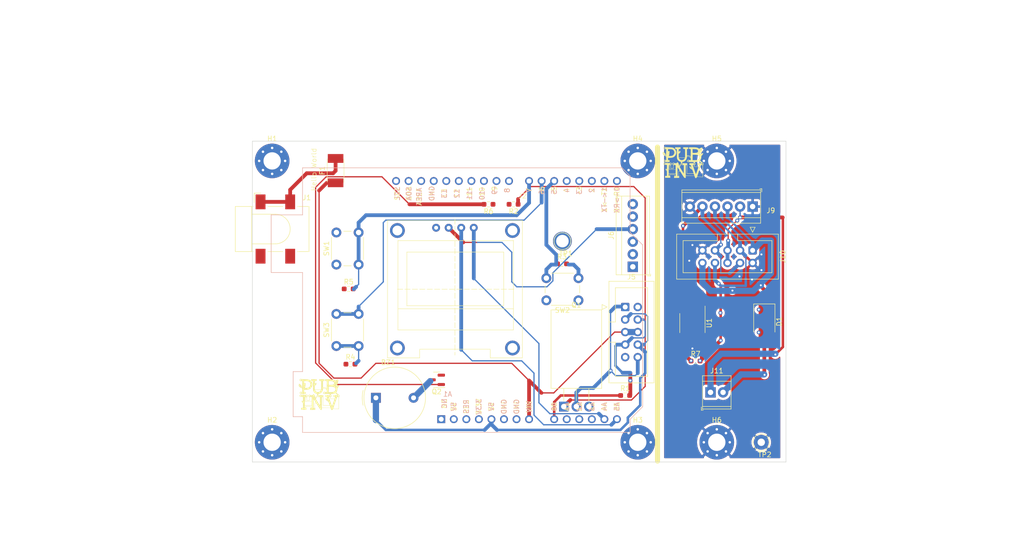
<source format=kicad_pcb>
(kicad_pcb (version 20221018) (generator pcbnew)
  (layers (0 "F.Cu" signal) (31 "B.Cu" signal) (34 "B.Paste" user) (35 "F.Paste" user) (36 "B.SilkS" user "B.Silkscreen") (37 "F.SilkS" user "F.Silkscreen") (38 "B.Mask" user) (39 "F.Mask" user) (44 "Edge.Cuts" user))
  (net 0 "")
  (net 5 "+5V")
  (net 6 "GND")
  (net 7 "VCC")
  (net 8 "TEMP_IN")
  (net 12 "SDA")
  (net 13 "SCL")
  (net 19 "BTN_SELECT")
  (net 20 "BTN_UP")
  (net 21 "BTN_DOWN")
  (net 22 "HEATER_ON")
  (net 23 "BUZZER_ON")
  (net 24 "Net-(A1-D8)")
  (net 32 "HeaterDrive")
  (net 33 "Net-(BZ1-+)")
  (net 34 "Net-(F1-Pad2)")
  (net 35 "TempOut")
  (net 36 "Net-(D1-A)")
  (net 37 "Net-(Q2-G)")
  (net 38 "Net-(U1-~{SHUTDOWN})")
  (net 39 "HeaterDrive_IB")
  (net 40 "GND1")
  (net 41 "VCCQ")
  (net 42 "+5P")
  (net 43 "TempOut_IB")
  (footprint "GeneralPurposeAlarmDevicePCB:MountingHole_3.5mm_Pad_Via" (layer "F.Cu") (at 54 146)
    (fp_text reference "H2")
    (fp_text value "MountingHole_Pad_3.5mm")
  )
  (footprint "Resistor_SMD:R_0603_1608Metric_Pad0.98x0.95mm_HandSolder" (layer "F.Cu") (at 102.87 97.79 180)
    (fp_text reference "R2")
    (fp_text value "1K")
  )
  (footprint "TestPoint:TestPoint_Loop_D2.54mm_Drill1.5mm_Beaded" (layer "F.Cu") (at 153 146)
    (fp_text reference "TP2")
    (fp_text value "TP_GND")
  )
  (footprint "GeneralPurposeAlarmDevicePCB:Logo_PI_BandW_70percent_10x10" (layer "F.Cu") (at 63.5 136.525)
    (fp_text reference "G***" hide)
    (fp_text value "LOGO" hide)
  )
  (footprint "Button_Switch_THT:SW_PUSH_6mm" (layer "F.Cu") (at 67 110 90)
    (fp_text reference "SW1")
    (fp_text value "6mm 2 Pin Tact NO Breadboard Friendly")
  )
  (footprint "GeneralPurposeAlarmDevicePCB:MountingHole_3.5mm_Pad_Via" (layer "F.Cu") (at 128 146)
    (fp_text reference "H3")
    (fp_text value "MountingHole_Pad_3.5mm")
  )
  (footprint "TerminalBlock_TE-Connectivity:TerminalBlock_TE_282834-6_1x06_P2.54mm_Horizontal" (layer "F.Cu") (at 151.25 98.25 180)
    (fp_text reference "J9")
    (fp_text value "Screw_Terminal_01x06")
  )
  (footprint "Resistor_SMD:R_0603_1608Metric_Pad0.98x0.95mm_HandSolder" (layer "F.Cu") (at 139.7 129.54)
    (fp_text reference "R7")
    (fp_text value "1R")
  )
  (footprint "Connector_IDC:IDC-Header_2x05_P2.54mm_Vertical" (layer "F.Cu") (at 151.25 107.125 -90)
    (fp_text reference "J10")
    (fp_text value "Conn_02x05_Odd_Even")
  )
  (footprint "GeneralPurposeAlarmDevicePCB:BarrelJack_CLIFF_FC681465S_SMT_Horizontal" (layer "F.Cu") (at 54.65 102.8)
    (fp_text reference "J1")
    (fp_text value "Barrel_Jack_Switch_SMT")
  )
  (footprint "Resistor_SMD:R_0603_1608Metric_Pad0.98x0.95mm_HandSolder" (layer "F.Cu") (at 112.6725 109.855)
    (fp_text reference "R3")
    (fp_text value "1K")
  )
  (footprint "Button_Switch_THT:SW_PUSH_6mm" (layer "F.Cu") (at 67 126.5 90)
    (fp_text reference "SW3")
    (fp_text value "6mm 2 Pin Tact NO Breadboard Friendly")
  )
  (footprint "GeneralPurposeAlarmDevicePCB:Fuse_BSMD_1812" (layer "F.Cu") (at 66.84 90.965 90)
    (fp_text reference "F1")
    (fp_text value "Polyfuse 6A")
  )
  (footprint "TerminalBlock_TE-Connectivity:TerminalBlock_TE_282834-6_1x06_P2.54mm_Horizontal" (layer "F.Cu") (at 127 110.45 90)
    (fp_text reference "J6")
    (fp_text value "Screw_Terminal_01x06")
  )
  (footprint "TestPoint:TestPoint_Loop_D2.54mm_Drill1.5mm_Beaded" (layer "F.Cu") (at 112.749993 105.250005)
    (fp_text reference "TP1")
    (fp_text value "TP_GND")
  )
  (footprint "TerminalBlock_TE-Connectivity:TerminalBlock_TE_282834-2_1x02_P2.54mm_Horizontal" (layer "F.Cu") (at 142.73 135.89)
    (fp_text reference "J11")
    (fp_text value "Screw_Terminal_01x02")
  )
  (footprint "GeneralPurposeAlarmDevicePCB:MountingHole_3.5mm_Pad_Via" (layer "F.Cu") (at 144 146)
    (fp_text reference "H6")
    (fp_text value "MountingHole_Pad_3.5mm")
  )
  (footprint "Package_TO_SOT_THT:TO-220-3_Horizontal_TabDown" (layer "F.Cu") (at 113.03 138.77)
    (fp_text reference "Q1")
    (fp_text value "IRF520N")
  )
  (footprint "GeneralPurposeAlarmDevicePCB:MountingHole_3.5mm_Pad_Via" (layer "F.Cu") (at 128 89)
    (fp_text reference "H4")
    (fp_text value "MountingHole_Pad_3.5mm")
  )
  (footprint "GeneralPurposeAlarmDevicePCB:MountingHole_3.5mm_Pad_Via" (layer "F.Cu") (at 54 89)
    (fp_text reference "H1")
    (fp_text value "MountingHole_Pad_3.5mm")
  )
  (footprint "GeneralPurposeAlarmDevicePCB:Buzzer_12.2mm_9.7mm_7.62mm" (layer "F.Cu") (at 75 137)
    (fp_text reference "BZ1")
    (fp_text value "Buzzer_Adafruit_P1536A")
  )
  (footprint "Resistor_SMD:R_0603_1608Metric_Pad0.98x0.95mm_HandSolder" (layer "F.Cu") (at 69.85 130.175)
    (fp_text reference "R4")
    (fp_text value "1K")
  )
  (footprint "GeneralPurposeAlarmDevicePCB:HS96L03W2C03_0.96_Oled" (layer "F.Cu") (at 91 115)
    (fp_text reference "J2")
    (fp_text value "HS96L03W2C03_0.96_Oled")
  )
  (footprint "Button_Switch_THT:SW_PUSH_6mm" (layer "F.Cu") (at 116 117.25 180)
    (fp_text reference "SW2")
    (fp_text value "6mm 2 Pin Tact NO Breadboard Friendly")
  )
  (footprint "Diode_SMD:D_SMB" (layer "F.Cu") (at 153.6192 121.53 -90)
    (fp_text reference "D1")
    (fp_text value "Schottky 2A")
  )
  (footprint "Resistor_SMD:R_0603_1608Metric_Pad0.98x0.95mm_HandSolder" (layer "F.Cu") (at 69.4925 114.935)
    (fp_text reference "R5")
    (fp_text value "1K")
  )
  (footprint "GeneralPurposeAlarmDevicePCB:Logo_PI_BandW_70percent_10x10" (layer "F.Cu") (at 137.16 89.535)
    (fp_text reference "G***" hide)
    (fp_text value "LOGO" hide)
  )
  (footprint "Resistor_SMD:R_0603_1608Metric_Pad0.98x0.95mm_HandSolder" (layer "F.Cu") (at 125.4525 136.525)
    (fp_text reference "R1")
    (fp_text value "1R")
  )
  (footprint "GeneralPurposeAlarmDevicePCB:MountingHole_3.5mm_Pad_Via" (layer "F.Cu") (at 144 89)
    (fp_text reference "H5")
    (fp_text value "MountingHole_Pad_3.5mm")
  )
  (footprint "Package_TO_SOT_SMD:SOT-23" (layer "F.Cu") (at 87.2975 133.35 180)
    (fp_text reference "Q2")
    (fp_text value "BSS138")
  )
  (footprint "Package_SO:SOIC-8_3.9x4.9mm_P1.27mm" (layer "F.Cu") (at 139.065 121.855 -90)
    (fp_text reference "U1")
    (fp_text value "TMP36xS")
  )
  (footprint "Connector_IDC:IDC-Header_2x05_P2.54mm_Vertical" (layer "F.Cu") (at 125.46 118.6)
    (fp_text reference "J5")
    (fp_text value "Conn_02x05_Odd_Even")
  )
  (footprint "Resistor_SMD:R_0603_1608Metric_Pad0.98x0.95mm_HandSolder" (layer "F.Cu") (at 97.79 97.79 180)
    (fp_text reference "R6")
    (fp_text value "1K")
  )
  (footprint "GeneralPurposeAlarmDevicePCB:Arduino_UNO_R3_NoMountingHoles3D" (layer "B.Cu") (at 88.225 141.33)
    (fp_text reference "A1")
    (fp_text value "Arduino_UNO_R3")
  )
  (gr_line locked (start 131.999992 149.800004) (end 131.999992 86.200005) (stroke (width 1.016)) (layer "F.SilkS"))
  (gr_line locked (start 50 150) (end 158 150) (stroke (width 0.1)) (layer "Edge.Cuts"))
  (gr_line locked (start 158 85) (end 50 85) (stroke (width 0.1)) (layer "Edge.Cuts"))
  (gr_line locked (start 50 85) (end 50 150) (stroke (width 0.1)) (layer "Edge.Cuts"))
  (gr_line locked (start 158 150) (end 158 85) (stroke (width 0.1)) (layer "Edge.Cuts"))
  (segment (start 89.73 102.54) (end 92.69 105.5) (width 0.762) (layer "F.Cu") (net 5))
  (segment (start 92.69 105.5) (end 95.5 105.5) (width 0.25) (layer "F.Cu") (net 5))
  (segment (start 101 106) (end 100.5 105.5) (width 0.25) (layer "B.Cu") (net 5))
  (segment (start 128.5 138.5) (end 128.5 133) (width 0.508) (layer "B.Cu") (net 5))
  (segment (start 98.385 141.33) (end 98.385 142.115) (width 0.762) (layer "B.Cu") (net 5))
  (segment (start 127 102.83) (end 119.668435 102.83) (width 0.762) (layer "B.Cu") (net 5))
  (segment (start 110.825 113.298833) (end 109.623833 114.5) (width 0.25) (layer "B.Cu") (net 5))
  (segment (start 129.5 127.72) (end 128 126.22) (width 0.762) (layer "B.Cu") (net 5))
  (segment (start 124.5 143.5) (end 126 142) (width 0.508) (layer "B.Cu") (net 5))
  (segment (start 129.202081 126.22) (end 128 126.22) (width 0.762) (layer "B.Cu") (net 5))
  (segment (start 126 141) (end 128.5 138.5) (width 0.508) (layer "B.Cu") (net 5))
  (segment (start 128.5 133) (end 129.5 132) (width 0.508) (layer "B.Cu") (net 5))
  (segment (start 99.5 143.5) (end 124.5 143.5) (width 0.508) (layer "B.Cu") (net 5))
  (segment (start 103.5 114.5) (end 102.5 113.5) (width 0.25) (layer "B.Cu") (net 5))
  (segment (start 97 143.5) (end 98.385 142.115) (width 0.762) (layer "B.Cu") (net 5))
  (segment (start 100.5 105.5) (end 95.516 105.5) (width 0.25) (layer "B.Cu") (net 5))
  (segment (start 110.825 111.673435) (end 110.825 113.298833) (width 0.25) (layer "B.Cu") (net 5))
  (segment (start 126.6 120) (end 126.637 119.963) (width 0.254) (layer "B.Cu") (net 5))
  (segment (start 128.963 119.963) (end 129 120) (width 0.254) (layer "B.Cu") (net 5))
  (segment (start 75 137) (end 75 141.5) (width 1.27) (layer "B.Cu") (net 5))
  (segment (start 99.5 143.5) (end 98.385 142.385) (width 0.762) (layer "B.Cu") (net 5))
  (segment (start 105 114.5) (end 103.5 114.5) (width 0.25) (layer "B.Cu") (net 5))
  (segment (start 130 120.5) (end 130 125.422081) (width 0.254) (layer "B.Cu") (net 5))
  (segment (start 75 141.5) (end 77 143.5) (width 0.508) (layer "B.Cu") (net 5))
  (segment (start 126.637 119.963) (end 128.963 119.963) (width 0.254) (layer "B.Cu") (net 5))
  (segment (start 109.623833 114.5) (end 105 114.5) (width 0.25) (layer "B.Cu") (net 5))
  (segment (start 102.5 107.5) (end 101 106) (width 0.25) (layer "B.Cu") (net 5))
  (segment (start 129 120) (end 129.5 120) (width 0.254) (layer "B.Cu") (net 5))
  (segment (start 98.385 142.385) (end 98.385 141.33) (width 0.762) (layer "B.Cu") (net 5))
  (segment (start 129.5 132) (end 129.5 127.72) (width 0.508) (layer "B.Cu") (net 5))
  (segment (start 125.46 121.14) (end 126.6 120) (width 0.762) (layer "B.Cu") (net 5))
  (segment (start 102.5 113.5) (end 102.5 107.5) (width 0.25) (layer "B.Cu") (net 5))
  (segment (start 126 142) (end 126 141) (width 0.508) (layer "B.Cu") (net 5))
  (segment (start 77 143.5) (end 97 143.5) (width 0.508) (layer "B.Cu") (net 5))
  (segment (start 129.5 120) (end 130 120.5) (width 0.254) (layer "B.Cu") (net 5))
  (segment (start 119.668435 102.83) (end 110.825 111.673435) (width 0.25) (layer "B.Cu") (net 5))
  (segment (start 130 125.422081) (end 129.202081 126.22) (width 0.254) (layer "B.Cu") (net 5))
  (segment (start 108.5 136) (end 111 136) (width 0.25) (layer "F.Cu") (net 7))
  (segment (start 102.5 130) (end 106.005 133.505) (width 0.25) (layer "F.Cu") (net 7))
  (segment (start 66.5 133) (end 72 133) (width 0.25) (layer "F.Cu") (net 7))
  (segment (start 111 136) (end 123.32 123.68) (width 0.25) (layer "F.Cu") (net 7))
  (segment (start 65.07 93.43) (end 63.5 95) (width 0.762) (layer "F.Cu") (net 7))
  (segment (start 106.005 133.505) (end 108.5 136) (width 0.762) (layer "F.Cu") (net 7))
  (segment (start 75 130) (end 102.5 130) (width 0.25) (layer "F.Cu") (net 7))
  (segment (start 123.32 123.68) (end 125.46 123.68) (width 0.25) (layer "F.Cu") (net 7))
  (segment (start 63.5 95) (end 63.5 130) (width 0.25) (layer "F.Cu") (net 7))
  (segment (start 106.005 133.505) (end 106.005 141.33) (width 0.762) (layer "F.Cu") (net 7))
  (segment (start 63.5 130) (end 66.5 133) (width 0.25) (layer "F.Cu") (net 7))
  (segment (start 66.84 93.43) (end 65.07 93.43) (width 0.25) (layer "F.Cu") (net 7))
  (segment (start 72 133) (end 75 130) (width 0.25) (layer "F.Cu") (net 7))
  (segment (start 125.46 123.68) (end 128 123.68) (width 1.27) (layer "B.Cu") (net 7))
  (segment (start 112.4145 136.525) (end 111.085 137.8545) (width 0.508) (layer "F.Cu") (net 8))
  (segment (start 111.085 137.8545) (end 111.085 141.33) (width 0.508) (layer "F.Cu") (net 8))
  (segment (start 124.54 136.525) (end 112.4145 136.525) (width 0.508) (layer "F.Cu") (net 8))
  (segment (start 120.12 140.205) (end 121.245 141.33) (width 0.762) (layer "B.Cu") (net 12))
  (segment (start 108 126) (end 108 138) (width 0.25) (layer "B.Cu") (net 12))
  (segment (start 94.81 102.54) (end 94.81 112.81) (width 0.762) (layer "B.Cu") (net 12))
  (segment (start 108 138) (end 110.205 140.205) (width 0.25) (layer "B.Cu") (net 12))
  (segment (start 94.81 112.81) (end 108 126) (width 0.25) (layer "B.Cu") (net 12))
  (segment (start 110.205 140.205) (end 120.12 140.205) (width 0.25) (layer "B.Cu") (net 12))
  (segment (start 104.5 129.5) (end 94.5 129.5) (width 0.25) (layer "B.Cu") (net 13))
  (segment (start 107 132) (end 104.5 129.5) (width 0.25) (layer "B.Cu") (net 13))
  (segment (start 123.785 141.33) (end 122.66 142.455) (width 0.762) (layer "B.Cu") (net 13))
  (segment (start 92.27 127.27) (end 92.27 102.54) (width 0.762) (layer "B.Cu") (net 13))
  (segment (start 122.66 142.455) (end 108.955 142.455) (width 0.25) (layer "B.Cu") (net 13))
  (segment (start 108.955 142.455) (end 107 140.5) (width 0.25) (layer "B.Cu") (net 13))
  (segment (start 94.5 129.5) (end 92.27 127.27) (width 0.25) (layer "B.Cu") (net 13))
  (segment (start 107 140.5) (end 107 132) (width 0.25) (layer "B.Cu") (net 13))
  (segment (start 109.5 111) (end 109.5 112.75) (width 0.762) (layer "B.Cu") (net 19))
  (segment (start 116 112.75) (end 116 111) (width 0.762) (layer "B.Cu") (net 19))
  (segment (start 109.5 94.655) (end 109.5 106) (width 0.762) (layer "B.Cu") (net 19))
  (segment (start 115 110) (end 114 110) (width 0.762) (layer "B.Cu") (net 19))
  (segment (start 111.5 108) (end 111.5 110) (width 0.762) (layer "B.Cu") (net 19))
  (segment (start 111.085 93.07) (end 109.5 94.655) (width 0.762) (layer "B.Cu") (net 19))
  (segment (start 110.5 110) (end 109.5 111) (width 0.762) (layer "B.Cu") (net 19))
  (segment (start 116 111) (end 115 110) (width 0.762) (layer "B.Cu") (net 19))
  (segment (start 111.5 110) (end 110.5 110) (width 0.762) (layer "B.Cu") (net 19))
  (segment (start 109.5 106) (end 111.5 108) (width 0.762) (layer "B.Cu") (net 19))
  (segment (start 67 126.5) (end 71.5 126.5) (width 0.762) (layer "B.Cu") (net 20))
  (segment (start 76.5 113.5) (end 76.5 101.5) (width 0.25) (layer "B.Cu") (net 20))
  (segment (start 71.5 126.5) (end 71.5 129.5) (width 0.25) (layer "B.Cu") (net 20))
  (segment (start 76.5 101.5) (end 77 101) (width 0.25) (layer "B.Cu") (net 20))
  (segment (start 71.5 129.5) (end 71 130) (width 0.762) (layer "B.Cu") (net 20))
  (segment (start 77 101) (end 105 101) (width 0.25) (layer "B.Cu") (net 20))
  (segment (start 71.5 118.5) (end 76.5 113.5) (width 0.25) (layer "B.Cu") (net 20))
  (segment (start 108.545 97.455) (end 108.545 93.07) (width 0.762) (layer "B.Cu") (net 20))
  (segment (start 105 101) (end 108.545 97.455) (width 0.25) (layer "B.Cu") (net 20))
  (segment (start 71.5 120) (end 71.5 118.5) (width 0.762) (layer "B.Cu") (net 20))
  (segment (start 67 120) (end 71.5 120) (width 0.762) (layer "B.Cu") (net 20))
  (segment (start 71.5 103.5) (end 71.5 101.5) (width 0.762) (layer "B.Cu") (net 21))
  (segment (start 71 114.5) (end 70.5 115) (width 0.762) (layer "B.Cu") (net 21))
  (segment (start 71.5 110) (end 71.5 114) (width 0.25) (layer "B.Cu") (net 21))
  (segment (start 71.5 103.5) (end 71.5 110) (width 0.762) (layer "B.Cu") (net 21))
  (segment (start 103.5 100) (end 106.005 97.495) (width 0.762) (layer "B.Cu") (net 21))
  (segment (start 73 100) (end 103.5 100) (width 0.762) (layer "B.Cu") (net 21))
  (segment (start 106.005 97.495) (end 106.005 93.07) (width 0.762) (layer "B.Cu") (net 21))
  (segment (start 71.5 114) (end 71 114.5) (width 0.25) (layer "B.Cu") (net 21))
  (segment (start 71.5 101.5) (end 73 100) (width 0.762) (layer "B.Cu") (net 21))
  (segment (start 127.195 94.195) (end 129.5 96.5) (width 0.25) (layer "F.Cu") (net 22))
  (segment (start 103.7825 97.79) (end 103.7825 96.7175) (width 0.762) (layer "F.Cu") (net 22))
  (segment (start 129.5 134.672995) (end 126.727995 137.445) (width 0.25) (layer "F.Cu") (net 22))
  (segment (start 129.5 96.5) (end 129.5 134.672995) (width 0.25) (layer "F.Cu") (net 22))
  (segment (start 126.727995 137.445) (end 114.355 137.445) (width 0.25) (layer "F.Cu") (net 22))
  (segment (start 114.355 137.445) (end 113.03 138.77) (width 0.762) (layer "F.Cu") (net 22))
  (segment (start 106.305 94.195) (end 127.195 94.195) (width 0.25) (layer "F.Cu") (net 22))
  (segment (start 103.7825 96.7175) (end 106.305 94.195) (width 0.25) (layer "F.Cu") (net 22))
  (via (at 122.5 131.5) (size 0.8) (drill 0.4) (layers "F.Cu" "B.Cu") (net 32))
  (segment (start 122.5 131.5) (end 123.5 132.5) (width 0.254) (layer "B.Cu") (net 32))
  (segment (start 116.5 135) (end 115.57 135.93) (width 0.762) (layer "B.Cu") (net 32))
  (segment (start 125.46 118.6) (end 125.36 118.5) (width 0.762) (layer "B.Cu") (net 32))
  (segment (start 127.5 132.5) (end 128 132) (width 0.254) (layer "B.Cu") (net 32))
  (segment (start 122.5 131.5) (end 119 135) (width 0.762) (layer "B.Cu") (net 32))
  (segment (start 119 135) (end 116.5 135) (width 0.762) (layer "B.Cu") (net 32))
  (segment (start 123.5 132.5) (end 127.5 132.5) (width 0.254) (layer "B.Cu") (net 32))
  (segment (start 128 132) (end 128 128.76) (width 0.762) (layer "B.Cu") (net 32))
  (segment (start 122.5 119.5) (end 122.5 131.5) (width 0.254) (layer "B.Cu") (net 32))
  (segment (start 125.36 118.5) (end 123.5 118.5) (width 0.762) (layer "B.Cu") (net 32))
  (segment (start 115.57 135.93) (end 115.57 138.77) (width 0.762) (layer "B.Cu") (net 32))
  (segment (start 123.5 118.5) (end 122.5 119.5) (width 0.762) (layer "B.Cu") (net 32))
  (segment (start 82.62 137) (end 86 133.62) (width 1.27) (layer "B.Cu") (net 33))
  (segment (start 51.65 97.3) (end 57.65 97.3) (width 0.762) (layer "F.Cu") (net 34))
  (segment (start 66.34 91.5) (end 66.84 91) (width 0.762) (layer "F.Cu") (net 34))
  (segment (start 61 91.5) (end 66.34 91.5) (width 0.762) (layer "F.Cu") (net 34))
  (segment (start 57.65 94.85) (end 61 91.5) (width 0.762) (layer "F.Cu") (net 34))
  (segment (start 57.65 97.3) (end 57.65 94.85) (width 0.762) (layer "F.Cu") (net 34))
  (segment (start 66.84 91) (end 66.84 88.5) (width 0.762) (layer "F.Cu") (net 34))
  (segment (start 126.5 133.5) (end 126.5 132) (width 0.762) (layer "F.Cu") (net 35))
  (segment (start 126.365 136.525) (end 126.5 136.39) (width 0.25) (layer "F.Cu") (net 35))
  (segment (start 126.5 136.39) (end 126.5 133.5) (width 0.762) (layer "F.Cu") (net 35))
  (via (at 126.5 133.5) (size 0.8) (drill 0.4) (layers "F.Cu" "B.Cu") (net 35))
  (segment (start 123.5 126.5) (end 123.5 130.5) (width 0.508) (layer "B.Cu") (net 35))
  (segment (start 129.143 124.857) (end 126.823 124.857) (width 0.254) (layer "B.Cu") (net 35))
  (segment (start 129.5 124.5) (end 129.143 124.857) (width 0.254) (layer "B.Cu") (net 35))
  (segment (start 123.5 130.5) (end 124.919 131.919) (width 0.508) (layer "B.Cu") (net 35))
  (segment (start 123.78 126.22) (end 123.5 126.5) (width 0.508) (layer "B.Cu") (net 35))
  (segment (start 128 121.14) (end 129.14 121.14) (width 0.508) (layer "B.Cu") (net 35))
  (segment (start 128 121.14) (end 128 121) (width 0.254) (layer "B.Cu") (net 35))
  (segment (start 129.5 121.5) (end 129.5 124.5) (width 0.254) (layer "B.Cu") (net 35))
  (segment (start 125.46 126.22) (end 123.78 126.22) (width 0.762) (layer "B.Cu") (net 35))
  (segment (start 129.14 121.14) (end 129.5 121.5) (width 0.254) (layer "B.Cu") (net 35))
  (segment (start 124.919 131.919) (end 126.5 131.919) (width 0.762) (layer "B.Cu") (net 35))
  (segment (start 126.823 124.857) (end 125.46 126.22) (width 0.762) (layer "B.Cu") (net 35))
  (segment (start 153.6192 123.68) (end 153.6192 132.2832) (width 0.762) (layer "F.Cu") (net 36))
  (segment (start 153.6192 132.2832) (end 153.67 132.334) (width 0.25) (layer "F.Cu") (net 36))
  (via (at 153.67 132.334) (size 0.8) (drill 0.4) (layers "F.Cu" "B.Cu") (net 36))
  (via (at 152.5016 123.7488) (size 0.8) (drill 0.4) (layers "F.Cu" "B.Cu") (net 36))
  (segment (start 153.67 132.334) (end 153.586 132.25) (width 0.25) (layer "B.Cu") (net 36))
  (segment (start 153.586 132.25) (end 148.91 132.25) (width 1.27) (layer "B.Cu") (net 36))
  (segment (start 148.91 132.25) (end 145.27 135.89) (width 1.27) (layer "B.Cu") (net 36))
  (segment (start 62.794 94.361) (end 64.94 92.215) (width 0.25) (layer "F.Cu") (net 37))
  (segment (start 62.794 129.930396) (end 62.794 94.361) (width 0.25) (layer "F.Cu") (net 37))
  (segment (start 88.235 134.3) (end 67.163604 134.3) (width 0.25) (layer "F.Cu") (net 37))
  (segment (start 81.79 97.79) (end 96.8775 97.79) (width 0.762) (layer "F.Cu") (net 37))
  (segment (start 67.163604 134.3) (end 62.794 129.930396) (width 0.25) (layer "F.Cu") (net 37))
  (segment (start 76.215 92.215) (end 81.79 97.79) (width 0.25) (layer "F.Cu") (net 37))
  (segment (start 64.94 92.215) (end 76.215 92.215) (width 0.25) (layer "F.Cu") (net 37))
  (segment (start 137.16 124.33) (end 137.16 127.9125) (width 0.508) (layer "F.Cu") (net 38))
  (segment (start 137.16 127.9125) (end 138.7367 129.4892) (width 0.762) (layer "F.Cu") (net 38))
  (segment (start 138.7856 129.4892) (end 138.7856 129.5381) (width 0.762) (layer "F.Cu") (net 38))
  (segment (start 138.7856 129.5381) (end 138.7875 129.54) (width 0.762) (layer "F.Cu") (net 38))
  (segment (start 138.7367 129.4892) (end 138.7856 129.4892) (width 0.762) (layer "F.Cu") (net 38))
  (via (at 138.7856 129.4892) (size 0.8) (drill 0.4) (layers "F.Cu" "B.Cu") (net 38))
  (segment (start 153.6192 119.38) (end 153.6192 115.1128) (width 0.762) (layer "F.Cu") (net 39))
  (segment (start 153.6192 115.1128) (end 153.0604 114.554) (width 0.762) (layer "F.Cu") (net 39))
  (via (at 147.1676 115.2652) (size 0.8) (drill 0.4) (layers "F.Cu" "B.Cu") (net 39))
  (via (at 152.908 114.1984) (size 0.8) (drill 0.4) (layers "F.Cu" "B.Cu") (net 39))
  (via (at 152.5016 119.126) (size 0.8) (drill 0.4) (layers "F.Cu" "B.Cu") (net 39))
  (segment (start 146.17 100.45) (end 151.25 105.53) (width 0.381) (layer "B.Cu") (net 39))
  (segment (start 146.304 98.552) (end 146.304 98.384) (width 0.508) (layer "B.Cu") (net 39))
  (segment (start 141.09 109.665) (end 141.09 113.658) (width 1.27) (layer "B.Cu") (net 39))
  (segment (start 153.219 105.156) (end 151.25 107.125) (width 1.27) (layer "B.Cu") (net 39))
  (segment (start 152.908 113.792) (end 154.94 111.76) (width 1.27) (layer "B.Cu") (net 39))
  (segment (start 142.748 115.316) (end 151.384 115.316) (width 1.27) (layer "B.Cu") (net 39))
  (segment (start 154.94 111.76) (end 154.94 105.156) (width 1.27) (layer "B.Cu") (net 39))
  (segment (start 141.09 113.658) (end 142.748 115.316) (width 1.27) (layer "B.Cu") (net 39))
  (segment (start 151.25 105.53) (end 151.25 107.125) (width 0.762) (layer "B.Cu") (net 39))
  (segment (start 154.94 105.156) (end 153.219 105.156) (width 1.27) (layer "B.Cu") (net 39))
  (segment (start 152.5016 114.1984) (end 152.908 114.1984) (width 1.27) (layer "B.Cu") (net 39))
  (segment (start 146.304 98.384) (end 146.17 98.25) (width 0.508) (layer "B.Cu") (net 39))
  (segment (start 152.908 114.1984) (end 152.908 113.792) (width 1.27) (layer "B.Cu") (net 39))
  (segment (start 151.384 115.316) (end 152.5016 114.1984) (width 1.27) (layer "B.Cu") (net 39))
  (segment (start 146.17 98.25) (end 146.17 100.45) (width 0.762) (layer "B.Cu") (net 39))
  (via (at 153.035 111.125) (size 0.8) (drill 0.4) (layers "F.Cu" "B.Cu") (net 40))
  (via (at 138.43 109.22) (size 0.8) (drill 0.4) (layers "F.Cu" "B.Cu") (net 40))
  (via (at 151.13 113.03) (size 0.8) (drill 0.4) (layers "F.Cu" "B.Cu") (net 40))
  (via (at 148.59 112.395) (size 0.8) (drill 0.4) (layers "F.Cu" "B.Cu") (net 40))
  (via (at 153.035 107.95) (size 0.8) (drill 0.4) (layers "F.Cu" "B.Cu") (net 40))
  (via (at 139.065 106.045) (size 0.8) (drill 0.4) (layers "F.Cu" "B.Cu") (net 40))
  (via (at 139.065 127) (size 0.8) (drill 0.4) (layers "F.Cu" "B.Cu") (net 40))
  (segment (start 157.346 100.45) (end 157.3784 100.4824) (width 0.25) (layer "F.Cu") (net 41))
  (segment (start 148.71 100.45) (end 157.346 100.45) (width 0.762) (layer "F.Cu") (net 41))
  (segment (start 157.3784 100.4824) (end 157.3784 126.6952) (width 0.508) (layer "F.Cu") (net 41))
  (segment (start 148.71 100.45) (end 146.304 102.856) (width 0.25) (layer "F.Cu") (net 41))
  (segment (start 157.3784 126.6952) (end 155.8544 128.2192) (width 0.508) (layer "F.Cu") (net 41))
  (segment (start 146.304 102.856) (end 146.304 105.156) (width 0.25) (layer "F.Cu") (net 41))
  (via (at 155.8544 128.2192) (size 0.8) (drill 0.4) (layers "F.Cu" "B.Cu") (net 41))
  (via (at 148.14328 101.082837) (size 0.8) (drill 0.4) (layers "F.Cu" "B.Cu") (net 41))
  (via (at 148.71 100.45) (size 0.8) (drill 0.4) (layers "F.Cu" "B.Cu") (net 41))
  (via (at 146.304 105.156) (size 0.8) (drill 0.4) (layers "F.Cu" "B.Cu") (net 41))
  (segment (start 142.73 135.89) (end 142.73 130.2184) (width 1.27) (layer "B.Cu") (net 41))
  (segment (start 142.73 130.2184) (end 144.8816 128.0668) (width 1.27) (layer "B.Cu") (net 41))
  (segment (start 148.844 100.584) (end 148.71 100.45) (width 0.25) (layer "B.Cu") (net 41))
  (segment (start 144.8816 128.0668) (end 155.8544 128.0668) (width 1.27) (layer "B.Cu") (net 41))
  (segment (start 146.17 107.125) (end 146.17 109.665) (width 0.762) (layer "B.Cu") (net 41))
  (segment (start 146.304 106.991) (end 146.17 107.125) (width 0.25) (layer "B.Cu") (net 41))
  (segment (start 148.71 98.25) (end 148.71 100.45) (width 0.25) (layer "B.Cu") (net 41))
  (segment (start 148.71 100.516117) (end 148.14328 101.082837) (width 0.25) (layer "B.Cu") (net 41))
  (segment (start 148.71 100.45) (end 148.71 100.516117) (width 0.25) (layer "B.Cu") (net 41))
  (segment (start 148.71 100.45) (end 148.71 99.600497) (width 0.25) (layer "B.Cu") (net 41))
  (segment (start 146.304 105.156) (end 146.304 106.991) (width 0.762) (layer "B.Cu") (net 41))
  (segment (start 144.78 114.2492) (end 144.3736 113.8428) (width 0.508) (layer "F.Cu") (net 42))
  (segment (start 144.78 125.3725) (end 144.78 125.3725) (width 0.762) (layer "F.Cu") (net 42))
  (segment (start 140.6125 129.54) (end 140.6144 129.5381) (width 0.25) (layer "F.Cu") (net 42))
  (segment (start 140.6633 129.4892) (end 140.97 129.1825) (width 0.25) (layer "F.Cu") (net 42))
  (segment (start 140.6125 129.54) (end 144.7781 125.3744) (width 0.762) (layer "F.Cu") (net 42))
  (segment (start 140.97 129.1825) (end 140.97 124.33) (width 0.762) (layer "F.Cu") (net 42))
  (segment (start 144.78 119.7356) (end 144.78 114.2492) (width 0.508) (layer "F.Cu") (net 42))
  (segment (start 144.7781 125.3744) (end 144.78 125.3744) (width 0.762) (layer "F.Cu") (net 42))
  (segment (start 140.6144 129.5381) (end 140.6144 129.4892) (width 0.25) (layer "F.Cu") (net 42))
  (segment (start 144.78 125.3725) (end 144.78 119.8372) (width 0.508) (layer "F.Cu") (net 42))
  (segment (start 140.6144 129.4892) (end 140.6633 129.4892) (width 0.25) (layer "F.Cu") (net 42))
  (segment (start 144.7292 119.7864) (end 144.78 119.7356) (width 0.508) (layer "F.Cu") (net 42))
  (segment (start 144.78 119.8372) (end 144.7292 119.7864) (width 0.508) (layer "F.Cu") (net 42))
  (segment (start 144.78 125.3744) (end 144.78 125.3725) (width 0.762) (layer "F.Cu") (net 42))
  (via (at 144.78 125.3744) (size 0.8) (drill 0.4) (layers "F.Cu" "B.Cu") (net 42))
  (via (at 140.6144 129.4892) (size 0.8) (drill 0.4) (layers "F.Cu" "B.Cu") (net 42))
  (via (at 144.3736 113.8428) (size 0.8) (drill 0.4) (layers "F.Cu" "B.Cu") (net 42))
  (via (at 144.7292 119.7864) (size 0.8) (drill 0.4) (layers "F.Cu" "B.Cu") (net 42))
  (segment (start 144.3736 113.8936) (end 144.78 114.3) (width 0.508) (layer "B.Cu") (net 42))
  (segment (start 143.63 109.665) (end 143.63 113.15) (width 0.762) (layer "B.Cu") (net 42))
  (segment (start 144.3736 113.8428) (end 144.3736 113.8936) (width 0.508) (layer "B.Cu") (net 42))
  (segment (start 144.3228 113.8428) (end 144.3736 113.8428) (width 0.508) (layer "B.Cu") (net 42))
  (segment (start 143.63 100.45) (end 148.71 105.53) (width 0.381) (layer "B.Cu") (net 42))
  (segment (start 143.63 98.25) (end 143.63 100.45) (width 0.762) (layer "B.Cu") (net 42))
  (segment (start 149.885 112.751) (end 149.885 108.229) (width 0.25) (layer "B.Cu") (net 42))
  (segment (start 149.885 108.229) (end 149.86 108.204) (width 0.25) (layer "B.Cu") (net 42))
  (segment (start 149.789 108.204) (end 148.71 107.125) (width 0.762) (layer "B.Cu") (net 42))
  (segment (start 149.86 114.3) (end 149.86 112.776) (width 0.508) (layer "B.Cu") (net 42))
  (segment (start 149.86 112.776) (end 149.885 112.751) (width 0.25) (layer "B.Cu") (net 42))
  (segment (start 149.86 108.204) (end 149.789 108.204) (width 0.25) (layer "B.Cu") (net 42))
  (segment (start 148.71 105.53) (end 148.71 107.125) (width 0.762) (layer "B.Cu") (net 42))
  (segment (start 143.63 113.15) (end 144.3228 113.8428) (width 0.762) (layer "B.Cu") (net 42))
  (segment (start 144.78 114.3) (end 149.86 114.3) (width 0.508) (layer "B.Cu") (net 42))
  (segment (start 137.16 102.18) (end 137.16 111.76) (width 0.508) (layer "F.Cu") (net 43))
  (segment (start 140.97 115.6208) (end 140.97 119.888) (width 0.762) (layer "F.Cu") (net 43))
  (segment (start 140.97 119.888) (end 141.0208 119.9388) (width 0.762) (layer "F.Cu") (net 43))
  (segment (start 140.9192 115.57) (end 140.97 115.6208) (width 0.762) (layer "F.Cu") (net 43))
  (segment (start 137.16 111.76) (end 140.97 115.57) (width 0.508) (layer "F.Cu") (net 43))
  (segment (start 137.16 102.1588) (end 137.16 102.18) (width 0.762) (layer "F.Cu") (net 43))
  (segment (start 141.0928 98.2472) (end 141.0716 98.2472) (width 0.762) (layer "F.Cu") (net 43))
  (segment (start 137.1812 102.1588) (end 137.16 102.1588) (width 0.762) (layer "F.Cu") (net 43))
  (segment (start 141.0716 98.2684) (end 137.1812 102.1588) (width 0.762) (layer "F.Cu") (net 43))
  (segment (start 141.0716 98.2472) (end 141.0716 98.2684) (width 0.762) (layer "F.Cu") (net 43))
  (segment (start 137.16 102.18) (end 137.16 102.18) (width 0.762) (layer "F.Cu") (net 43))
  (segment (start 141.09 98.25) (end 141.0928 98.2472) (width 0.762) (layer "F.Cu") (net 43))
  (via (at 144.8308 105.9688) (size 0.8) (drill 0.4) (layers "F.Cu" "B.Cu") (net 43))
  (via (at 141.0716 98.2472) (size 0.8) (drill 0.4) (layers "F.Cu" "B.Cu") (net 43))
  (via (at 137.16 102.1588) (size 0.8) (drill 0.4) (layers "F.Cu" "B.Cu") (net 43))
  (segment (start 144.8308 105.9688) (end 144.78 104.14) (width 0.254) (layer "B.Cu") (net 43))
  (segment (start 143.63 107.125) (end 144.78 105.975) (width 0.762) (layer "B.Cu") (net 43))
  (segment (start 144.78 105.975) (end 144.8308 105.9688) (width 0.254) (layer "B.Cu") (net 43))
  (segment (start 144.807 108.302) (end 144.807 111.733) (width 0.254) (layer "B.Cu") (net 43))
  (segment (start 141.09 100.45) (end 141.09 98.25) (width 0.762) (layer "B.Cu") (net 43))
  (segment (start 143.63 107.125) (end 144.807 108.302) (width 0.762) (layer "B.Cu") (net 43))
  (segment (start 146.615 111.76) (end 148.71 109.665) (width 0.762) (layer "B.Cu") (net 43))
  (segment (start 144.78 111.76) (end 146.615 111.76) (width 0.254) (layer "B.Cu") (net 43))
  (segment (start 144.78 104.14) (end 141.09 100.45) (width 0.508) (layer "B.Cu") (net 43))
  (segment (start 144.807 111.733) (end 144.78 111.76) (width 0.254) (layer "B.Cu") (net 43))
  (zone (net 40) (net_name "GND1") (layer "F.Cu") (priority 1) (connect_pads (clearance 0.508)) (min_thickness 0.25) (fill yes (thermal_gap 0.5) (thermal_bridge_width 0.5) (island_removal_mode 1) (island_area_min 9.999999))
    (polygon (pts (xy 133.35 85.725) (xy 156.845 85.725) (xy 156.845 149.225) (xy 133.35 149.225)))
  )
  (zone (net 40) (net_name "GND1") (layer "B.Cu") (connect_pads (clearance 0.508)) (min_thickness 0.25) (fill yes (thermal_gap 0.5) (thermal_bridge_width 0.5) (island_removal_mode 1) (island_area_min 9.999999))
    (polygon (pts (xy 156.845 149.225) (xy 133.35 149.225) (xy 133.35 85.725) (xy 156.845 85.725) (xy 156.845 144.78)))
  )
)
</source>
